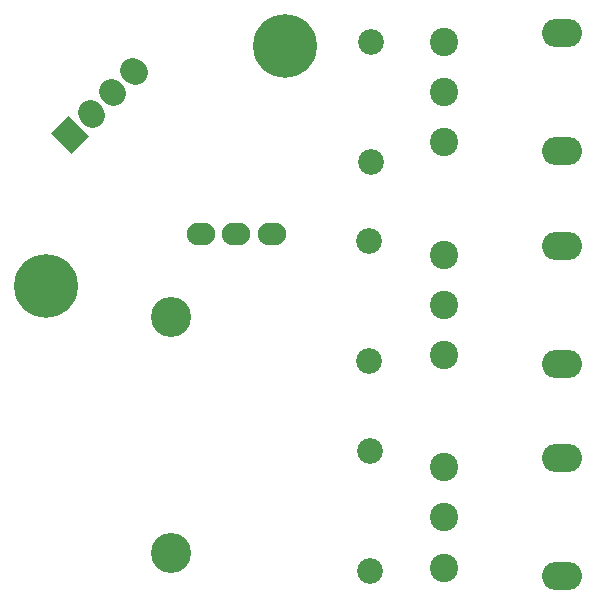
<source format=gbr>
G04 #@! TF.FileFunction,Soldermask,Bot*
%FSLAX46Y46*%
G04 Gerber Fmt 4.6, Leading zero omitted, Abs format (unit mm)*
G04 Created by KiCad (PCBNEW 4.0.4+e1-6308~48~ubuntu15.10.1-stable) date Wed Sep 27 09:28:55 2017*
%MOMM*%
%LPD*%
G01*
G04 APERTURE LIST*
%ADD10C,0.150000*%
%ADD11C,3.400000*%
%ADD12C,2.127200*%
%ADD13O,2.400000X1.900000*%
%ADD14C,2.178000*%
%ADD15C,2.400000*%
%ADD16O,3.400000X2.400000*%
%ADD17C,5.400000*%
G04 APERTURE END LIST*
D10*
D11*
X126900000Y-92000000D03*
X126900000Y-112000000D03*
D10*
G36*
X118413686Y-78205998D02*
X116694002Y-76486314D01*
X118198160Y-74982156D01*
X119917844Y-76701840D01*
X118413686Y-78205998D01*
X118413686Y-78205998D01*
G37*
D12*
X119994211Y-74690263D02*
X120209737Y-74905789D01*
X121790263Y-72894211D02*
X122005789Y-73109737D01*
X123586314Y-71098160D02*
X123801840Y-71313686D01*
D13*
X135400000Y-85000000D03*
X132400000Y-85000000D03*
X129400000Y-85000000D03*
D14*
X143700000Y-103420000D03*
X143700000Y-113580000D03*
X143800000Y-68720000D03*
X143800000Y-78880000D03*
X143600000Y-85620000D03*
X143600000Y-95780000D03*
D15*
X150000000Y-104750000D03*
X150000000Y-109000000D03*
X150000000Y-113250000D03*
D16*
X160000000Y-114000000D03*
X160000000Y-104000000D03*
D15*
X150000000Y-68750000D03*
X150000000Y-73000000D03*
X150000000Y-77250000D03*
D16*
X160000000Y-78000000D03*
X160000000Y-68000000D03*
D15*
X150000000Y-86750000D03*
X150000000Y-91000000D03*
X150000000Y-95250000D03*
D16*
X160000000Y-96000000D03*
X160000000Y-86000000D03*
D17*
X116300000Y-89450000D03*
X136500000Y-69100000D03*
M02*

</source>
